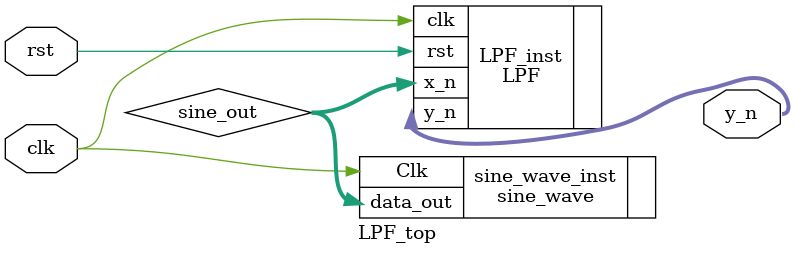
<source format=v>


module LPF_top(clk, rst, y_n);

input clk, rst;
wire [7:0] x_n;
output [16:0] y_n;

wire [7:0] sine_out ;

sine_wave sine_wave_inst
(
	.Clk(clk),
	.data_out(sine_out)
);

LPF LPF_inst
(
	.clk(clk),
	.rst(rst),
	.x_n(sine_out),
	.y_n(y_n)
);

endmodule


</source>
